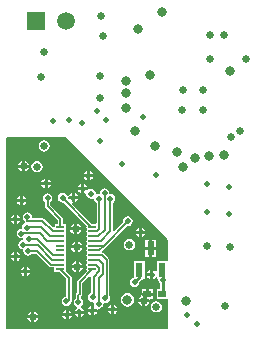
<source format=gbl>
%FSTAX24Y24*%
%MOIN*%
%SFA1B1*%

%IPPOS*%
%ADD10R,0.025000X0.020000*%
%ADD26C,0.010000*%
%ADD27C,0.006000*%
%ADD31C,0.059100*%
%ADD32R,0.059100X0.059100*%
%ADD33C,0.020000*%
%ADD34C,0.025000*%
%ADD35C,0.033000*%
%ADD42R,0.023600X0.047200*%
%ADD43O,0.028000X0.009100*%
%ADD44R,0.028000X0.009100*%
%LN16_chan-1*%
%LPD*%
G36*
X01768Y01332D02*
Y012612D01*
X017662*
X017306*
Y012292*
X017297Y012287*
X017262Y012268*
X017212Y012301*
X0172Y012303*
Y01215*
Y011997*
X017212Y011999*
X017265Y012035*
X017306Y012087*
Y012019*
X017337*
X017369Y011981*
X017367Y01197*
X017379Y011908*
X017415Y011855*
X017418Y011853*
Y01166*
X017315*
Y01134*
X01768*
Y01034*
X012326*
X01229Y010375*
Y016715*
X012325Y01675*
X01429*
X01768Y01332*
G37*
%LN16_chan-2*%
%LPC*%
G36*
X0171Y012303D02*
X017088Y012301D01*
X017035Y012265*
X016999Y012212*
X016997Y0122*
X0171*
Y012303*
G37*
G36*
X013083Y012217D02*
X01298D01*
Y012114*
X012992Y012116*
X013045Y012151*
X013081Y012204*
X013083Y012217*
G37*
G36*
X014839Y01237D02*
X01471D01*
Y012241*
X014732Y012246*
X014793Y012287*
X014834Y012348*
X014839Y01237*
G37*
G36*
X01461D02*
X014481D01*
X014486Y012348*
X014527Y012287*
X014588Y012246*
X01461Y012241*
Y01237*
G37*
G36*
X017185Y01166D02*
X01705D01*
Y01155*
X017185*
Y01166*
G37*
G36*
X01695D02*
X016815D01*
Y01155*
X01695*
Y01166*
G37*
G36*
X016914Y012612D02*
X016558D01*
Y012051*
X016508Y012041*
X016455Y012005*
X016419Y011952*
X016407Y01189*
X016419Y011828*
X016455Y011775*
X016508Y011739*
X01657Y011727*
X016632Y011739*
X016685Y011775*
X016721Y011828*
X016733Y01189*
X016732Y011894*
X016815Y011977*
X01684Y012013*
X016841Y012019*
X016914*
Y012612*
G37*
G36*
X01288Y012217D02*
X012777D01*
X012779Y012204*
X012815Y012151*
X012868Y012116*
X01288Y012114*
Y012217*
G37*
G36*
X0171Y0121D02*
X016997D01*
X016999Y012088*
X017035Y012035*
X017088Y011999*
X0171Y011997*
Y0121*
G37*
G36*
X01288Y01242D02*
X012868Y012418D01*
X012815Y012382*
X012779Y012329*
X012777Y012317*
X01288*
Y01242*
G37*
G36*
X017288Y012974D02*
X01716D01*
Y012728*
X017288*
Y012974*
G37*
G36*
X01706D02*
X016932D01*
Y012728*
X01706*
Y012974*
G37*
G36*
X01256Y012923D02*
X012548Y012921D01*
X012495Y012885*
X012459Y012832*
X012457Y01282*
X01256*
Y012923*
G37*
G36*
X01459Y01303D02*
X014461D01*
X014466Y013008*
X014507Y012947*
X014568Y012906*
X01459Y012901*
Y01303*
G37*
G36*
X01266Y012923D02*
Y01282D01*
X012763*
X012761Y012832*
X012725Y012885*
X012672Y012921*
X01266Y012923*
G37*
G36*
X01461Y012599D02*
X014588Y012594D01*
X014527Y012553*
X014486Y012492*
X014481Y01247*
X01461*
Y012599*
G37*
G36*
X01298Y01242D02*
Y012317D01*
X013083*
X013081Y012329*
X013045Y012382*
X012992Y012418*
X01298Y01242*
G37*
G36*
X01471Y012599D02*
Y01247D01*
X014839*
X014834Y012492*
X014793Y012553*
X014732Y012594*
X01471Y012599*
G37*
G36*
X012763Y01272D02*
X01266D01*
Y012617*
X012672Y012619*
X012725Y012655*
X012761Y012708*
X012763Y01272*
G37*
G36*
X01256D02*
X012457D01*
X012459Y012708*
X012495Y012655*
X012548Y012619*
X01256Y012617*
Y01272*
G37*
G36*
X016815Y011474D02*
X016801Y011459D01*
X016789Y011442*
X016747Y011413*
X016706Y011352*
X016701Y01133*
X017059*
X017064Y011301*
X017096Y01134*
X017185*
Y01145*
X016815*
Y011474*
G37*
G36*
X01313Y010919D02*
X013108Y010914D01*
X013047Y010873*
X013006Y010812*
X013001Y01079*
X01313*
Y010919*
G37*
G36*
X014888Y010845D02*
X014785D01*
Y010741*
X014797Y010744*
X01485Y010779*
X014885Y010832*
X014888Y010845*
G37*
G36*
X01323Y010919D02*
Y01079D01*
X013359*
X013354Y010812*
X013313Y010873*
X013252Y010914*
X01323Y010919*
G37*
G36*
X01531Y010898D02*
X015207D01*
Y010795*
X015219Y010797*
X015272Y010833*
X015308Y010885*
X01531Y010898*
G37*
G36*
X015107D02*
X015004D01*
X015006Y010885*
X015042Y010833*
X015094Y010797*
X015107Y010795*
Y010898*
G37*
G36*
X013359Y01069D02*
X01323D01*
Y010561*
X013252Y010566*
X013313Y010607*
X013354Y010668*
X013359Y01069*
G37*
G36*
X01313D02*
X013001D01*
X013006Y010668*
X013047Y010607*
X013108Y010566*
X01313Y010561*
Y01069*
G37*
G36*
X01427Y01076D02*
X014167D01*
X014169Y010748*
X014205Y010695*
X014258Y010659*
X01427Y010657*
Y01076*
G37*
G36*
X014685Y010845D02*
X014581D01*
X014584Y010832*
X014619Y010779*
X014672Y010744*
X014685Y010741*
Y010845*
G37*
G36*
X014473Y01076D02*
X01437D01*
Y010657*
X014382Y010659*
X014435Y010695*
X014471Y010748*
X014473Y01076*
G37*
G36*
X0158Y01095D02*
X015697D01*
X015699Y010938*
X015735Y010885*
X015788Y010849*
X0158Y010847*
Y01095*
G37*
G36*
X0159Y011153D02*
Y01105D01*
X016003*
X016001Y011062*
X015965Y011115*
X015912Y011151*
X0159Y011153*
G37*
G36*
X0158D02*
X015788Y011151D01*
X015735Y011115*
X015699Y011062*
X015697Y01105*
X0158*
Y011153*
G37*
G36*
X016333Y011546D02*
X016245Y011529D01*
X016171Y011479*
X016121Y011405*
X016104Y011317*
X016121Y011229*
X016171Y011155*
X016245Y011105*
X016333Y011088*
X016421Y011105*
X016495Y011155*
X016545Y011229*
X016562Y011317*
X016545Y011405*
X016495Y011479*
X016421Y011529*
X016333Y011546*
G37*
G36*
X017059Y01123D02*
X01693D01*
Y011101*
X016952Y011106*
X017013Y011147*
X017054Y011208*
X017059Y01123*
G37*
G36*
X01683D02*
X016701D01*
X016706Y011208*
X016747Y011147*
X016808Y011106*
X01683Y011101*
Y01123*
G37*
G36*
X01427Y010963D02*
X014258Y010961D01*
X014205Y010925*
X014169Y010872*
X014167Y01086*
X01427*
Y010963*
G37*
G36*
X016003Y01095D02*
X0159D01*
Y010847*
X015912Y010849*
X015965Y010885*
X016001Y010938*
X016003Y01095*
G37*
G36*
X01437Y010963D02*
Y01086D01*
X014473*
X014471Y010872*
X014435Y010925*
X014382Y010961*
X01437Y010963*
G37*
G36*
X015107Y011101D02*
X015094Y011099D01*
X015042Y011063*
X015006Y01101*
X015004Y010998*
X015107*
Y011101*
G37*
G36*
X0173Y011269D02*
X017228Y011254D01*
X017167Y011213*
X017126Y011152*
X017111Y01108*
X017126Y011008*
X017167Y010947*
X017228Y010906*
X0173Y010891*
X017372Y010906*
X017433Y010947*
X017474Y011008*
X017489Y01108*
X017474Y011152*
X017433Y011213*
X017372Y011254*
X0173Y011269*
G37*
G36*
X014819Y01303D02*
X01469D01*
Y012901*
X014712Y012906*
X014773Y012947*
X014814Y013008*
X014819Y01303*
G37*
G36*
X013773Y01515D02*
X01367D01*
Y015047*
X013682Y015049*
X013735Y015085*
X013771Y015138*
X013773Y01515*
G37*
G36*
X01357D02*
X013467D01*
X013469Y015138*
X013505Y015085*
X013558Y015049*
X01357Y015047*
Y01515*
G37*
G36*
X014797Y015162D02*
X014784Y01516D01*
X014731Y015125*
X014696Y015072*
X014693Y015059*
X014797*
Y015162*
G37*
G36*
X01357Y015353D02*
X013558Y015351D01*
X013505Y015315*
X013469Y015262*
X013467Y01525*
X01357*
Y015353*
G37*
G36*
X014897Y015162D02*
Y015059D01*
X015*
X014997Y015072*
X014962Y015125*
X014909Y01516*
X014897Y015162*
G37*
G36*
X01448Y014873D02*
X014468Y014871D01*
X014415Y014835*
X014379Y014782*
X014377Y01477*
X01448*
Y014873*
G37*
G36*
X01286Y014763D02*
Y01466D01*
X012963*
X012961Y014672*
X012925Y014725*
X012872Y014761*
X01286Y014763*
G37*
G36*
X01458Y014873D02*
Y01477D01*
X014683*
X014681Y014782*
X014645Y014835*
X014592Y014871*
X01458Y014873*
G37*
G36*
X014797Y014959D02*
X014693D01*
X014696Y014947*
X014731Y014894*
X014784Y014859*
X014797Y014856*
Y014959*
G37*
G36*
X01557Y015033D02*
X015508Y015021D01*
X015455Y014985*
X015419Y014932*
X015407Y01487*
X015386Y014849*
X015372Y014851*
X015309Y014839*
X015304Y014836*
X015283Y01485*
X015271Y014912*
X015235Y014965*
X015182Y015001*
X01512Y015013*
X015058Y015001*
X015056Y015*
X015045Y015002*
X015008Y015018*
X01501Y015009*
X015Y014959*
X014897*
Y014856*
X014909Y014859*
X01491*
X014921Y014857*
X014959Y014842*
X014969Y014788*
X015005Y014735*
X015058Y014699*
X01512Y014687*
X015182Y014699*
X015187Y014703*
X015209Y014688*
X015221Y014626*
X015256Y014573*
X015305Y01454*
Y013885*
X015266Y013854*
X015261Y013855*
X015155*
X014495Y014515*
X014518Y014559*
X01448Y014567*
Y01467*
X014377*
X014367Y01472*
X014374Y014756*
X014324*
X014321Y014772*
X014285Y014825*
X014232Y014861*
X01417Y014873*
X014108Y014861*
X014055Y014825*
X014019Y014772*
X014007Y01471*
X014019Y014648*
X014055Y014595*
X014108Y014559*
X01417Y014547*
X014198Y014552*
X014971Y013779*
X014965Y013747*
X014973Y013706*
X014997Y013671*
Y013666*
X014973Y013631*
X014965Y01359*
X014973Y013549*
X014997Y013514*
Y013508*
X014973Y013473*
X014965Y013432*
X014973Y013391*
X014997Y013356*
Y013351*
X014973Y013316*
X014965Y013275*
X014973Y013234*
X014997Y013199*
Y013193*
X014973Y013158*
X014965Y013117*
X014973Y013076*
X014997Y013041*
Y013036*
X014973Y013001*
X014965Y01296*
X014973Y012919*
X014997Y012884*
Y012878*
X014973Y012844*
X014965Y012802*
X014973Y012761*
X014997Y012727*
Y012721*
X014973Y012686*
X014965Y012645*
X014973Y012604*
X014997Y012569*
Y012563*
X014973Y012529*
X014965Y012487*
X014973Y012446*
X014997Y012412*
Y012406*
X014973Y012371*
X014965Y01233*
X014973Y012289*
X014982Y012275*
X014677Y01197*
X014657Y01194*
X01465Y011905*
Y011543*
X014635Y011528*
X014615Y011499*
X014608Y011464*
Y011361*
X014585Y011345*
X014549Y011292*
X014537Y01123*
X014549Y011168*
X014585Y011115*
X014638Y011079*
X014639*
X014649Y01103*
X014619Y01101*
X014584Y010957*
X014581Y010945*
X014888*
X014885Y010957*
X01485Y01101*
X014797Y011045*
X014795Y011046*
X014786Y011095*
X014815Y011115*
X014851Y011168*
X014863Y01123*
X014851Y011292*
X014815Y011345*
X014792Y011361*
Y011426*
X014807Y01144*
X014827Y01147*
X014834Y011505*
Y011867*
X015065Y012098*
X015113Y012088*
X015118Y012086*
Y011542*
X015112Y011541*
X015059Y011505*
X015024Y011452*
X015012Y01139*
X015024Y011328*
X015059Y011275*
X015112Y011239*
X015175Y011227*
X015209Y011192*
X015207Y01118*
X015214Y011142*
X015179Y011107*
X015207Y011101*
Y010998*
X01531*
X015312Y010986*
X015348Y011021*
X01537Y011017*
X015432Y011029*
X015485Y011065*
X015521Y011118*
X015532Y011172*
X015573Y0112*
X01559Y011197*
X015652Y011209*
X015705Y011245*
X015741Y011298*
X015753Y01136*
X015741Y011422*
X015728Y011441*
Y012643*
X015721Y012678*
X015702Y012708*
X015542Y012867*
X015513Y012887*
X015478Y012894*
Y012928*
X015602Y013053*
X016322Y013772*
X01635Y013767*
X016412Y013779*
X016465Y013815*
X016501Y013868*
X016513Y01393*
X016501Y013992*
X016465Y014045*
X016412Y014081*
X01635Y014093*
X016288Y014081*
X016235Y014045*
X016199Y013992*
X016187Y01393*
X016192Y013902*
X015903Y013613*
X015857Y013632*
Y014554*
X015881Y014569*
X015916Y014622*
X015928Y014685*
X015916Y014747*
X015881Y0148*
X015828Y014835*
X015765Y014848*
X015757Y014846*
X015733Y01487*
X015721Y014932*
X015685Y014985*
X015632Y015021*
X01557Y015033*
G37*
G36*
X01367Y015353D02*
Y01525D01*
X013773*
X013771Y015262*
X013735Y015315*
X013682Y015351*
X01367Y015353*
G37*
G36*
X013049Y01572D02*
X01292D01*
Y015591*
X012942Y015596*
X013003Y015637*
X013044Y015698*
X013049Y01572*
G37*
G36*
X01282D02*
X012691D01*
X012696Y015698*
X012737Y015637*
X012798Y015596*
X01282Y015591*
Y01572*
G37*
G36*
Y015949D02*
X012798Y015944D01*
X012737Y015903*
X012696Y015842*
X012691Y01582*
X01282*
Y015949*
G37*
G36*
X01356Y016629D02*
X013488Y016614D01*
X013427Y016573*
X013386Y016512*
X013371Y01644*
X013386Y016368*
X013427Y016307*
X013488Y016266*
X01356Y016251*
X013632Y016266*
X013693Y016307*
X013734Y016368*
X013749Y01644*
X013734Y016512*
X013693Y016573*
X013632Y016614*
X01356Y016629*
G37*
G36*
X01292Y015949D02*
Y01582D01*
X013049*
X013044Y015842*
X013003Y015903*
X012942Y015944*
X01292Y015949*
G37*
G36*
X015178Y0154D02*
X015075D01*
Y015297*
X015087Y015299*
X01514Y015335*
X015176Y015388*
X015178Y0154*
G37*
G36*
X014975D02*
X014872D01*
X014874Y015388*
X01491Y015335*
X014962Y015299*
X014975Y015297*
Y0154*
G37*
G36*
Y015603D02*
X014962Y015601D01*
X01491Y015565*
X014874Y015512*
X014872Y0155*
X014975*
Y015603*
G37*
G36*
X01332Y015939D02*
X013248Y015924D01*
X013187Y015883*
X013146Y015822*
X013131Y01575*
X013146Y015678*
X013187Y015617*
X013248Y015576*
X01332Y015561*
X013392Y015576*
X013453Y015617*
X013494Y015678*
X013509Y01575*
X013494Y015822*
X013453Y015883*
X013392Y015924*
X01332Y015939*
G37*
G36*
X015075Y015603D02*
Y0155D01*
X015178*
X015176Y015512*
X01514Y015565*
X015087Y015601*
X015075Y015603*
G37*
G36*
X01276Y014763D02*
X012748Y014761D01*
X012695Y014725*
X012659Y014672*
X012657Y01466*
X01276*
Y014763*
G37*
G36*
X016923Y01351D02*
X01682D01*
Y013407*
X016832Y013409*
X016885Y013445*
X016921Y013498*
X016923Y01351*
G37*
G36*
X01672D02*
X016617D01*
X016619Y013498*
X016655Y013445*
X016708Y013409*
X01672Y013407*
Y01351*
G37*
G36*
X01456Y01363D02*
X014431D01*
X014436Y013608*
X014477Y013547*
X014538Y013506*
X01456Y013501*
Y01363*
G37*
G36*
X01672Y013713D02*
X016708Y013711D01*
X016655Y013675*
X016619Y013622*
X016617Y01361*
X01672*
Y013713*
G37*
G36*
X014789Y01363D02*
X01466D01*
Y013501*
X014682Y013506*
X014743Y013547*
X014784Y013608*
X014789Y01363*
G37*
G36*
X01706Y013321D02*
X016932D01*
Y013074*
X01706*
Y013321*
G37*
G36*
X0164Y013339D02*
X016328Y013324D01*
X016267Y013283*
X016226Y013222*
X016211Y01315*
X016226Y013078*
X016267Y013017*
X016328Y012976*
X0164Y012961*
X016472Y012976*
X016533Y013017*
X016574Y013078*
X016589Y01315*
X016574Y013222*
X016533Y013283*
X016472Y013324*
X0164Y013339*
G37*
G36*
X017288Y013321D02*
X01716D01*
Y013074*
X017288*
Y013321*
G37*
G36*
X01469Y013259D02*
Y01313D01*
X014819*
X014814Y013152*
X014773Y013213*
X014712Y013254*
X01469Y013259*
G37*
G36*
X01459D02*
X014568Y013254D01*
X014507Y013213*
X014466Y013152*
X014461Y01313*
X01459*
Y013259*
G37*
G36*
X01682Y013713D02*
Y01361D01*
X016923*
X016921Y013622*
X016885Y013675*
X016832Y013711*
X01682Y013713*
G37*
G36*
X012653Y014143D02*
Y01404D01*
X012756*
X012754Y014052*
X012719Y014105*
X012666Y014141*
X012653Y014143*
G37*
G36*
X012553D02*
X012541Y014141D01*
X012488Y014105*
X012452Y014052*
X01245Y01404*
X012553*
Y014143*
G37*
G36*
X01276Y01456D02*
X012657D01*
X012659Y014548*
X012695Y014495*
X012748Y014459*
X01276Y014457*
Y01456*
G37*
G36*
X014683Y01467D02*
X01458D01*
Y014567*
X014592Y014569*
X014645Y014605*
X014681Y014658*
X014683Y01467*
G37*
G36*
X012963Y01456D02*
X01286D01*
Y014457*
X012872Y014459*
X012925Y014495*
X012961Y014548*
X012963Y01456*
G37*
G36*
X01466Y013859D02*
Y01373D01*
X014789*
X014784Y013752*
X014743Y013813*
X014682Y013854*
X01466Y013859*
G37*
G36*
X01456D02*
X014538Y013854D01*
X014477Y013813*
X014436Y013752*
X014431Y01373*
X01456*
Y013859*
G37*
G36*
X01367Y014863D02*
X013608Y014851D01*
X013555Y014815*
X013519Y014762*
X013507Y0147*
X013519Y014638*
X013555Y014585*
X013578Y014569*
Y01443*
X013585Y014395*
X013605Y014365*
X014008Y013962*
Y013855*
X014006*
X013964Y013846*
X01393Y013823*
X013906Y013788*
X013898Y013747*
X013843Y013736*
X013565Y014015*
X013535Y014035*
X0135Y014042*
X013178*
X013163Y01406*
X013151Y014122*
X013115Y014175*
X013062Y014211*
X013Y014223*
X012938Y014211*
X012885Y014175*
X012849Y014122*
X012837Y01406*
X012849Y013998*
X012885Y013945*
X012913Y013926*
X012915Y013915*
X012908Y013871*
X012855Y013835*
X012819Y013782*
X012807Y01372*
X0128Y013683*
X012738Y013671*
X012685Y013635*
X012649Y013582*
X012637Y01352*
X012649Y013458*
X012685Y013405*
X012738Y013369*
X0128Y013357*
X012862Y013369*
X012869Y013362*
X012865Y01334*
X012857Y013312*
X012798Y013301*
X012745Y013265*
X012709Y013212*
X012697Y01315*
X012709Y013088*
X012745Y013035*
X012798Y012999*
X012841Y012991*
X012869Y012949*
X012867Y01294*
X012879Y012878*
X012915Y012825*
X012968Y012789*
X01303Y012777*
X013092Y012789*
X013145Y012825*
X013161Y012848*
X013292*
X013718Y012423*
X013747Y012403*
X013783Y012396*
X0139*
Y012225*
X014075*
X014296Y012005*
Y011422*
X014238Y011411*
X014185Y011375*
X014149Y011322*
X014137Y01126*
X014149Y011198*
X014185Y011145*
X014238Y011109*
X0143Y011097*
X014362Y011109*
X014415Y011145*
X014451Y011198*
X014459Y011237*
X014472Y011257*
X014473Y011263*
X014479Y011293*
Y012043*
X014472Y012078*
X014452Y012107*
X0143Y01226*
Y012435*
X014294Y012446*
X014302Y012487*
X014294Y012529*
X01427Y012563*
Y012569*
X014294Y012604*
X014302Y012645*
X014294Y012686*
X01427Y012721*
Y012727*
X014294Y012761*
X014302Y012802*
X014294Y012844*
X01427Y012878*
Y012884*
X014294Y012919*
X014302Y01296*
X014294Y013001*
X01427Y013036*
Y013041*
X014294Y013076*
X014302Y013117*
X014294Y013158*
X01427Y013193*
Y013199*
X014294Y013234*
X014302Y013275*
X014294Y013316*
X01427Y013351*
Y013356*
X014294Y013391*
X014302Y013432*
X014294Y013473*
X01427Y013508*
Y013514*
X014294Y013549*
X014302Y01359*
X014294Y013631*
X01427Y013666*
Y013671*
X014294Y013706*
X014302Y013747*
X014294Y013788*
X01427Y013823*
X014236Y013846*
X014194Y013855*
X014192*
Y014*
X014185Y014035*
X014165Y014065*
X013762Y014468*
Y014569*
X013785Y014585*
X013821Y014638*
X013833Y0147*
X013821Y014762*
X013785Y014815*
X013732Y014851*
X01367Y014863*
G37*
G36*
X012756Y01394D02*
X012653D01*
Y013837*
X012666Y013839*
X012719Y013875*
X012754Y013928*
X012756Y01394*
G37*
G36*
X012553D02*
X01245D01*
X012452Y013928*
X012488Y013875*
X012541Y013839*
X012553Y013837*
Y01394*
G37*
%LN16_chan-3*%
%LPD*%
G54D10*
X017Y0115D03*
X0175D03*
G54D26*
X01753Y01227D02*
D01*
D01*
G75*
G03X017484Y012316I-000046J0D01*
G74*G01*
X0175Y0115D02*
X01753Y01153D01*
Y01197*
X01659Y01191D02*
X016736Y012056D01*
Y012316*
X01688Y01128D02*
Y01138D01*
X017Y0115*
X01753Y01197D02*
Y01227D01*
G54D27*
X01299Y01374D02*
X01346D01*
X01297Y01372D02*
X01299Y01374D01*
X01281Y01353D02*
X01341D01*
X0128Y01352D02*
X01281Y01353D01*
X01287Y01314D02*
X01334D01*
X01306Y01333D02*
X01332D01*
X0135Y01395D02*
X01386Y01359D01*
X01334Y01314D02*
X013835Y012645D01*
X01332Y01333D02*
X013848Y012802D01*
X01341Y01353D02*
X013665Y013275D01*
X01333Y01294D02*
X013783Y012487D01*
X01303Y01294D02*
X01333D01*
X013665Y013275D02*
X0141D01*
X015167Y013117D02*
X015537D01*
X01538Y01296D02*
X015537Y013117D01*
X015167Y01296D02*
X01538D01*
X014742Y011505D02*
Y011905D01*
X0147Y011464D02*
X014742Y011505D01*
X0147Y01123D02*
Y011464D01*
X0143Y01126D02*
X014355D01*
X014387Y011293*
X015637Y01136D02*
Y012643D01*
X01537Y01118D02*
Y01119D01*
Y01112D02*
Y01118D01*
Y01119D02*
X01539Y01121D01*
Y01203*
X015517Y012157*
X01521Y012087D02*
X015397Y012274D01*
X01521Y01145D02*
Y012087D01*
X01515Y01139D02*
X01521Y01145D01*
X015537Y013117D02*
X01635Y01393D01*
X015167Y013275D02*
X015445D01*
X015765Y013595*
Y014685*
X01557Y01364D02*
Y01487D01*
X015362Y013432D02*
X01557Y01364D01*
X015167Y013432D02*
X015362D01*
X015167Y01359D02*
X015174Y013597D01*
X01532*
X015397Y013673*
Y014663*
X015372Y014688D02*
X015397Y014663D01*
X01367Y01443D02*
X0141Y014D01*
Y013747D02*
Y014D01*
X01386Y01359D02*
X0141D01*
X01346Y01374D02*
X013768Y013432D01*
X0141*
X013848Y012802D02*
X0141D01*
X013835Y012645D02*
X0141D01*
X01286Y01315D02*
X01287Y01314D01*
X013783Y012487D02*
X0141D01*
Y01233D02*
X014387Y012043D01*
Y011293D02*
Y012043D01*
X014742Y011905D02*
X015167Y01233D01*
X015295Y012487D02*
X015397Y012386D01*
X015167Y012487D02*
X015295D01*
X015397Y012274D02*
Y012386D01*
X015478Y012802D02*
X015637Y012643D01*
X015397Y01264D02*
X015517Y01252D01*
Y012157D02*
Y01252D01*
X015167Y012645D02*
X015172Y01264D01*
X015397*
X015167Y012802D02*
X015478D01*
X01537Y01112D02*
X0154Y01115D01*
X01367Y01443D02*
Y0147D01*
X013Y01395D02*
Y01406D01*
Y01395D02*
X0135D01*
X01417Y01471D02*
X015133Y013747D01*
G54D31*
X01427Y02062D03*
G54D32*
X01327Y02062D03*
G54D33*
X014735Y010895D03*
X015157Y010948D03*
X0147Y01123D03*
X01537Y01118D03*
X01657Y01189D03*
X01753Y01197D03*
X0144Y0173D03*
X01386Y01727D03*
X01864Y01052D03*
X01833Y01079D03*
X01367Y0147D03*
X01971Y01507D03*
Y01416D03*
X01899Y01424D03*
X019Y01516D03*
X01728Y01547D03*
X01616Y01584D03*
X01541Y01661D03*
X01483Y0172D03*
X01563Y01731D03*
X01532Y01759D03*
X01297Y01372D03*
X013Y01406D03*
X0128Y01352D03*
X01306Y01333D03*
X01303Y01294D03*
X01286Y01315D03*
X0143Y01126D03*
X01432Y01081D03*
X01585Y011D03*
X01711Y01299D03*
X01677Y01356D03*
X01362Y0152D03*
X01281Y01461D03*
X012603Y01399D03*
X01261Y01277D03*
X01293Y012267D03*
X01715Y01215D03*
X01635Y01393D03*
X01557Y01487D03*
X015765Y014685D03*
X01685Y0174D03*
X01417Y01471D03*
X01559Y01136D03*
X015175Y01139D03*
X015372Y014688D03*
X015025Y01545D03*
X01512Y01485D03*
X014847Y015009D03*
X01453Y01472D03*
G54D34*
X01688Y01128D03*
X0173Y01108D03*
X01346Y01873D03*
X01356Y01644D03*
X019Y01312D03*
X01464Y01308D03*
X01461Y01368D03*
X01466Y01242D03*
X01885Y01765D03*
X01815D03*
X01885Y0183D03*
X0182D03*
X0164Y01315D03*
X0191Y02015D03*
X0203Y01935D03*
X0201Y01695D03*
X01957Y0111D03*
X01976Y01308D03*
X01541Y01803D03*
Y01878D03*
X0191Y01935D03*
X01955Y02015D03*
X01332Y01575D03*
X01287Y01577D03*
X01318Y01074D03*
X0198Y01673D03*
X01546Y02076D03*
X01354Y01957D03*
X01553Y02009D03*
G54D35*
X01828Y01126D03*
X0175Y02089D03*
X016333Y011317D03*
X0163Y0186D03*
Y0177D03*
X01667Y02035D03*
X01975Y01895D03*
X0171Y0188D03*
X01725Y01645D03*
X0182Y01575D03*
X01905Y0161D03*
X01955Y01615D03*
X0166Y01695D03*
X018Y01625D03*
X0186Y01605D03*
X0163Y0182D03*
G54D42*
X017484Y012316D03*
X016736D03*
X01711Y013024D03*
G54D43*
X015167Y013747D03*
Y01359D03*
Y013432D03*
Y013275D03*
Y013117D03*
Y01296D03*
Y012802D03*
Y012645D03*
Y012487D03*
Y01233D03*
X0141Y013747D03*
Y01359D03*
Y013432D03*
Y013275D03*
Y013117D03*
Y01296D03*
Y012802D03*
Y012645D03*
Y012487D03*
G54D44*
X0141Y01233D03*
M02*
</source>
